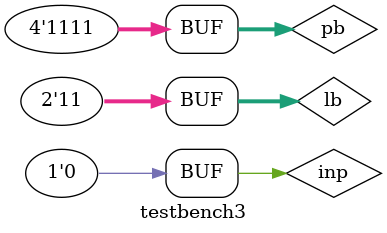
<source format=sv>
module testbench3();
  logic [1:0] lb;
  logic [0:3] pb;
  logic [0:15] w1;
  logic [0:15] w2;
  logic inp;
  multibroadcasting mb_ut(inp,pb,lb,w1);
  ass_multibroadcasting ass_mb_ut(inp,pb,lb,w2);
  initial begin
    #100 inp=0; lb=0;pb=0;
    #100 inp=1;
    #100 pb[0]=1;
    #100 lb[0]=1;
    #100 lb[0]=0;lb[1]=1;
    #100 lb[0]=1;
    #100 pb[1]=1;
    #100 pb[2]=1;
    #100 pb[3]=1;
    repeat(5) #100 inp=~inp;;
  end
endmodule 
</source>
